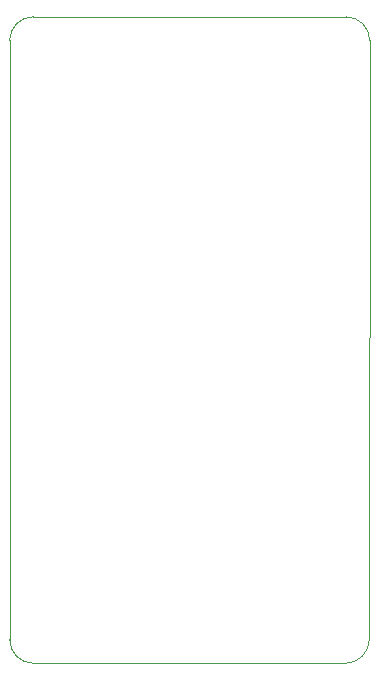
<source format=gbr>
%TF.GenerationSoftware,KiCad,Pcbnew,7.0.7*%
%TF.CreationDate,2024-05-24T21:07:49-04:00*%
%TF.ProjectId,ESP32_S3_Breakout,45535033-325f-4533-935f-427265616b6f,rev?*%
%TF.SameCoordinates,Original*%
%TF.FileFunction,Profile,NP*%
%FSLAX46Y46*%
G04 Gerber Fmt 4.6, Leading zero omitted, Abs format (unit mm)*
G04 Created by KiCad (PCBNEW 7.0.7) date 2024-05-24 21:07:49*
%MOMM*%
%LPD*%
G01*
G04 APERTURE LIST*
%TA.AperFunction,Profile*%
%ADD10C,0.100000*%
%TD*%
G04 APERTURE END LIST*
D10*
X166878000Y-102997000D02*
G75*
G03*
X168878000Y-100997000I0J2000000D01*
G01*
X168910000Y-50260000D02*
G75*
G03*
X166910000Y-48260000I-2000000J0D01*
G01*
X140430000Y-48260000D02*
G75*
G03*
X138430000Y-50260000I0J-2000000D01*
G01*
X138430000Y-100997000D02*
G75*
G03*
X140430000Y-102997000I2000000J0D01*
G01*
X168878000Y-100997000D02*
X168910000Y-50260000D01*
X138430000Y-50260000D02*
X138430000Y-100997000D01*
X140430000Y-102997000D02*
X166878000Y-102997000D01*
X166910000Y-48260000D02*
X140430000Y-48260000D01*
M02*

</source>
